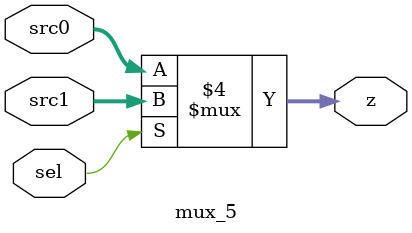
<source format=v>
module mux_5 (sel, src0, src1, z);
  
  input sel;
  input [4:0] src0;
  input [4:0] src1;
  output reg [4:0] z;
  

  always @(sel or src0 or src1)
      begin
        if (sel == 1'b0) z <= src0;
        else z <= src1;
      end
   
endmodule
</source>
